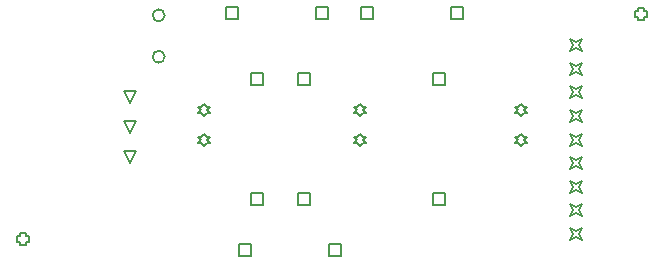
<source format=gbr>
%TF.GenerationSoftware,Altium Limited,Altium Designer,20.0.10 (225)*%
G04 Layer_Color=2752767*
%FSLAX26Y26*%
%MOIN*%
%TF.FileFunction,Drawing*%
%TF.Part,Single*%
G01*
G75*
%TA.AperFunction,NonConductor*%
%ADD58C,0.005000*%
%ADD59C,0.006667*%
D58*
X3445000Y4863000D02*
Y4903000D01*
X3485000D01*
Y4863000D01*
X3445000D01*
X3745000D02*
Y4903000D01*
X3785000D01*
Y4863000D01*
X3745000D01*
X4135000Y4644000D02*
Y4684000D01*
X4175000D01*
Y4644000D01*
X4135000D01*
Y4244000D02*
Y4284000D01*
X4175000D01*
Y4244000D01*
X4135000D01*
X3893000Y4863000D02*
Y4903000D01*
X3933000D01*
Y4863000D01*
X3893000D01*
X4193000D02*
Y4903000D01*
X4233000D01*
Y4863000D01*
X4193000D01*
X3488000Y4074000D02*
Y4114000D01*
X3528000D01*
Y4074000D01*
X3488000D01*
X3788000D02*
Y4114000D01*
X3828000D01*
Y4074000D01*
X3788000D01*
X3123000Y4585472D02*
X3103000Y4625472D01*
X3143000D01*
X3123000Y4585472D01*
Y4485472D02*
X3103000Y4525472D01*
X3143000D01*
X3123000Y4485472D01*
Y4385472D02*
X3103000Y4425472D01*
X3143000D01*
X3123000Y4385472D01*
X3526000Y4644000D02*
Y4684000D01*
X3566000D01*
Y4644000D01*
X3526000D01*
Y4244000D02*
Y4284000D01*
X3566000D01*
Y4244000D01*
X3526000D01*
X3682000Y4644000D02*
Y4684000D01*
X3722000D01*
Y4644000D01*
X3682000D01*
Y4244000D02*
Y4284000D01*
X3722000D01*
Y4244000D01*
X3682000D01*
X3369197Y4441811D02*
X3379197Y4451811D01*
X3389197D01*
X3379197Y4461811D01*
X3389197Y4471811D01*
X3379197D01*
X3369197Y4481811D01*
X3359197Y4471811D01*
X3349197D01*
X3359197Y4461811D01*
X3349197Y4451811D01*
X3359197D01*
X3369197Y4441811D01*
Y4541811D02*
X3379197Y4551811D01*
X3389197D01*
X3379197Y4561811D01*
X3389197Y4571811D01*
X3379197D01*
X3369197Y4581811D01*
X3359197Y4571811D01*
X3349197D01*
X3359197Y4561811D01*
X3349197Y4551811D01*
X3359197D01*
X3369197Y4541811D01*
X3888882Y4441811D02*
X3898882Y4451811D01*
X3908882D01*
X3898882Y4461811D01*
X3908882Y4471811D01*
X3898882D01*
X3888882Y4481811D01*
X3878882Y4471811D01*
X3868882D01*
X3878882Y4461811D01*
X3868882Y4451811D01*
X3878882D01*
X3888882Y4441811D01*
Y4541811D02*
X3898882Y4551811D01*
X3908882D01*
X3898882Y4561811D01*
X3908882Y4571811D01*
X3898882D01*
X3888882Y4581811D01*
X3878882Y4571811D01*
X3868882D01*
X3878882Y4561811D01*
X3868882Y4551811D01*
X3878882D01*
X3888882Y4541811D01*
X4427465Y4441811D02*
X4437465Y4451811D01*
X4447465D01*
X4437465Y4461811D01*
X4447465Y4471811D01*
X4437465D01*
X4427465Y4481811D01*
X4417465Y4471811D01*
X4407465D01*
X4417465Y4461811D01*
X4407465Y4451811D01*
X4417465D01*
X4427465Y4441811D01*
Y4541811D02*
X4437465Y4551811D01*
X4447465D01*
X4437465Y4561811D01*
X4447465Y4571811D01*
X4437465D01*
X4427465Y4581811D01*
X4417465Y4571811D01*
X4407465D01*
X4417465Y4561811D01*
X4407465Y4551811D01*
X4417465D01*
X4427465Y4541811D01*
X4589370Y4756961D02*
X4599370Y4776961D01*
X4589370Y4796961D01*
X4609370Y4786961D01*
X4629370Y4796961D01*
X4619370Y4776961D01*
X4629370Y4756961D01*
X4609370Y4766961D01*
X4589370Y4756961D01*
Y4127039D02*
X4599370Y4147039D01*
X4589370Y4167039D01*
X4609370Y4157039D01*
X4629370Y4167039D01*
X4619370Y4147039D01*
X4629370Y4127039D01*
X4609370Y4137039D01*
X4589370Y4127039D01*
Y4678220D02*
X4599370Y4698220D01*
X4589370Y4718220D01*
X4609370Y4708220D01*
X4629370Y4718220D01*
X4619370Y4698220D01*
X4629370Y4678220D01*
X4609370Y4688220D01*
X4589370Y4678220D01*
Y4599480D02*
X4599370Y4619480D01*
X4589370Y4639480D01*
X4609370Y4629480D01*
X4629370Y4639480D01*
X4619370Y4619480D01*
X4629370Y4599480D01*
X4609370Y4609480D01*
X4589370Y4599480D01*
Y4520740D02*
X4599370Y4540740D01*
X4589370Y4560740D01*
X4609370Y4550740D01*
X4629370Y4560740D01*
X4619370Y4540740D01*
X4629370Y4520740D01*
X4609370Y4530740D01*
X4589370Y4520740D01*
Y4442000D02*
X4599370Y4462000D01*
X4589370Y4482000D01*
X4609370Y4472000D01*
X4629370Y4482000D01*
X4619370Y4462000D01*
X4629370Y4442000D01*
X4609370Y4452000D01*
X4589370Y4442000D01*
Y4363260D02*
X4599370Y4383260D01*
X4589370Y4403260D01*
X4609370Y4393260D01*
X4629370Y4403260D01*
X4619370Y4383260D01*
X4629370Y4363260D01*
X4609370Y4373260D01*
X4589370Y4363260D01*
Y4284520D02*
X4599370Y4304520D01*
X4589370Y4324520D01*
X4609370Y4314520D01*
X4629370Y4324520D01*
X4619370Y4304520D01*
X4629370Y4284520D01*
X4609370Y4294520D01*
X4589370Y4284520D01*
Y4205779D02*
X4599370Y4225779D01*
X4589370Y4245779D01*
X4609370Y4235779D01*
X4629370Y4245779D01*
X4619370Y4225779D01*
X4629370Y4205779D01*
X4609370Y4215779D01*
X4589370Y4205779D01*
X4815905Y4871890D02*
Y4861890D01*
X4835905D01*
Y4871890D01*
X4845905D01*
Y4891890D01*
X4835905D01*
Y4901890D01*
X4815905D01*
Y4891890D01*
X4805905D01*
Y4871890D01*
X4815905D01*
X2755378Y4119095D02*
Y4109095D01*
X2775378D01*
Y4119095D01*
X2785378D01*
Y4139095D01*
X2775378D01*
Y4149095D01*
X2755378D01*
Y4139095D01*
X2745378D01*
Y4119095D01*
X2755378D01*
D59*
X3239000Y4876000D02*
G03*
X3239000Y4876000I-20000J0D01*
G01*
Y4738205D02*
G03*
X3239000Y4738205I-20000J0D01*
G01*
%TF.MD5,a296c447a940624e9628f6b278507091*%
M02*

</source>
